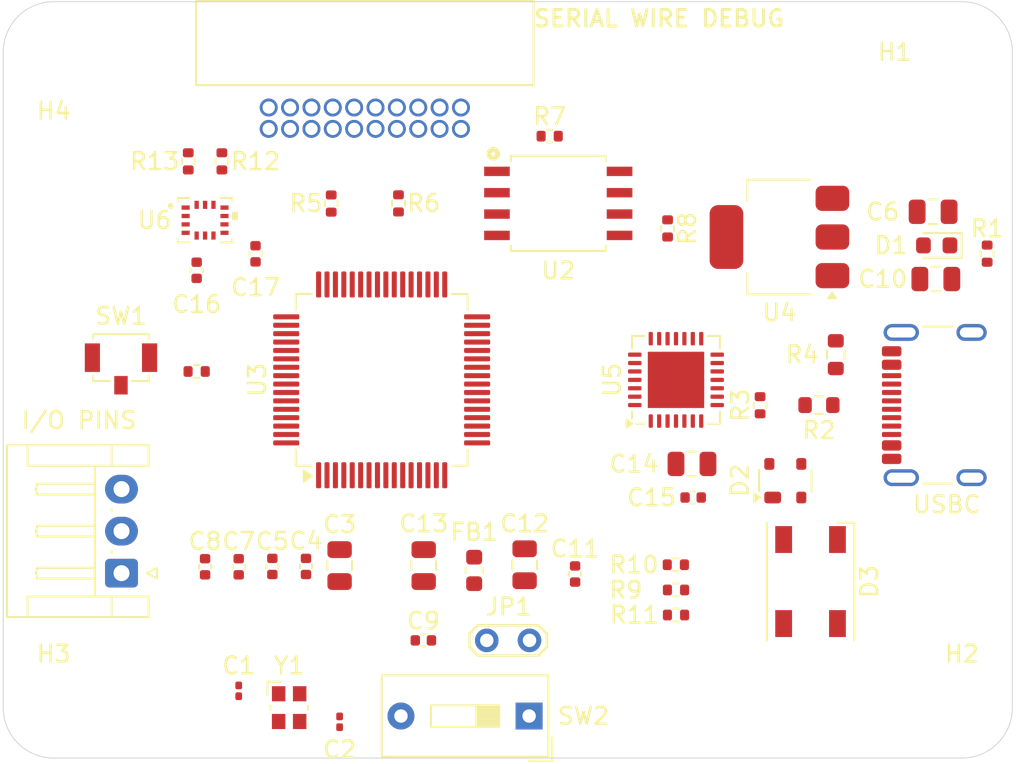
<source format=kicad_pcb>
(kicad_pcb (version 20240108) (generator "pcbnew") (generator_version "8.0")
  (layers (0 "F.Cu" signal) (31 "B.Cu" signal) (34 "B.Paste" user) (35 "F.Paste" user) (36 "B.SilkS" user "B.Silkscreen") (37 "F.SilkS" user "F.Silkscreen") (38 "B.Mask" user) (39 "F.Mask" user) (44 "Edge.Cuts" user))
  (net 0 "")
  (net 1 "Net-(SW1-B)")
  (net 2 "BOOT0")
  (net 3 "GND")
  (net 4 "OSC_IN")
  (net 5 "OSC_OUT")
  (net 6 "+3.3V")
  (net 7 "VBUS")
  (net 8 "NRST")
  (net 9 "Net-(C11-Pad1)")
  (net 10 "+3.3VA")
  (net 11 "Net-(D1-K)")
  (net 12 "Net-(U5-D+)")
  (net 13 "Net-(U5-VBUS)")
  (net 14 "Net-(U5-D-)")
  (net 15 "Net-(D3-GK)")
  (net 16 "Net-(D3-RK)")
  (net 17 "Net-(D3-BK)")
  (net 18 "GPIO_ADC")
  (net 19 "GPIO_INPUT")
  (net 20 "GPIO_OUTPUT")
  (net 31 "Net-(JP1-B)")
  (net 32 "SYS_SWCLK")
  (net 35 "SYS_SWDIO")
  (net 38 "Net-(U5-~{RST})")
  (net 39 "FLASH_SELECT")
  (net 40 "SPI1_SCK")
  (net 41 "USART2_CTS")
  (net 42 "USART2_RX")
  (net 43 "USART2_TX")
  (net 44 "I2C1_SCL")
  (net 45 "I2C1_SDA")
  (net 46 "LPTIM1_IN")
  (net 47 "SPI1_MISO")
  (net 48 "LPTIM1_OUT")
  (net 49 "SPI1_MOSI")
  (net 58 "LPUART1_RTS")
  (net 60 "IMU_OUTPUT")
  (net 71 "IMU_INPUT")
  (net 76 "LPUART1_CTS")
  (net 77 "LPUART1_RX")
  (net 79 "LPUART1_TX")
  (footprint "MountingHole:MountingHole_2.2mm_M2" (layer "F.Cu") (at 123.5 59.5)
    (property "Reference" "H1" (at -4 0 0) (layer "F.SilkS"))
    (property "Value" "MountingHole" (hide yes))
    (pad "" np_thru_hole circle (at 0 0) (size 2.2 2.2) (drill 2.2) (layers "*.Cu" "*.Mask"))
  )
  (footprint "Capacitor_SMD:C_0402_1005Metric" (layer "F.Cu") (at 80.5 90.12 -90)
    (property "Reference" "C7" (at -1.52 0 180) (layer "F.SilkS"))
    (property "Value" "100n" (hide yes))
    (pad "1" smd roundrect (at -0.48 0 270) (size 0.56 0.62) (layers "F.Cu" "F.Paste" "F.Mask") (net 6 "+3.3V"))
    (pad "2" smd roundrect (at 0.48 0 270) (size 0.56 0.62) (layers "F.Cu" "F.Paste" "F.Mask") (net 3 "GND"))
  )
  (footprint "Package_DFN_QFN:QFN-28-1EP_5x5mm_P0.5mm_EP3.35x3.35mm" (layer "F.Cu") (at 106.5 79 90)
    (property "Reference" "U5" (at 0 -3.8 90) (layer "F.SilkS"))
    (property "Value" "CP2102N-Axx-xQFN28" (hide yes))
    (pad "1" smd roundrect (at -2.45 -1.5 90) (size 0.8 0.25) (layers "F.Cu" "F.Paste" "F.Mask"))
    (pad "2" smd roundrect (at -2.45 -1 90) (size 0.8 0.25) (layers "F.Cu" "F.Paste" "F.Mask"))
    (pad "3" smd roundrect (at -2.45 -0.5 90) (size 0.8 0.25) (layers "F.Cu" "F.Paste" "F.Mask") (net 3 "GND"))
    (pad "4" smd roundrect (at -2.45 0 90) (size 0.8 0.25) (layers "F.Cu" "F.Paste" "F.Mask") (net 12 "Net-(U5-D+)"))
    (pad "5" smd roundrect (at -2.45 0.5 90) (size 0.8 0.25) (layers "F.Cu" "F.Paste" "F.Mask") (net 14 "Net-(U5-D-)"))
    (pad "6" smd roundrect (at -2.45 1 90) (size 0.8 0.25) (layers "F.Cu" "F.Paste" "F.Mask") (net 6 "+3.3V"))
    (pad "7" smd roundrect (at -2.45 1.5 90) (size 0.8 0.25) (layers "F.Cu" "F.Paste" "F.Mask") (net 6 "+3.3V"))
    (pad "8" smd roundrect (at -1.5 2.45 90) (size 0.25 0.8) (layers "F.Cu" "F.Paste" "F.Mask") (net 13 "Net-(U5-VBUS)"))
    (pad "9" smd roundrect (at -1 2.45 90) (size 0.25 0.8) (layers "F.Cu" "F.Paste" "F.Mask") (net 38 "Net-(U5-~{RST})"))
    (pad "10" smd roundrect (at -0.5 2.45 90) (size 0.25 0.8) (layers "F.Cu" "F.Paste" "F.Mask"))
    (pad "11" smd roundrect (at 0 2.45 90) (size 0.25 0.8) (layers "F.Cu" "F.Paste" "F.Mask"))
    (pad "12" smd roundrect (at 0.5 2.45 90) (size 0.25 0.8) (layers "F.Cu" "F.Paste" "F.Mask"))
    (pad "13" smd roundrect (at 1 2.45 90) (size 0.25 0.8) (layers "F.Cu" "F.Paste" "F.Mask"))
    (pad "14" smd roundrect (at 1.5 2.45 90) (size 0.25 0.8) (layers "F.Cu" "F.Paste" "F.Mask"))
    (pad "15" smd roundrect (at 2.45 1.5 90) (size 0.8 0.25) (layers "F.Cu" "F.Paste" "F.Mask"))
    (pad "16" smd roundrect (at 2.45 1 90) (size 0.8 0.25) (layers "F.Cu" "F.Paste" "F.Mask"))
    (pad "17" smd roundrect (at 2.45 0.5 90) (size 0.8 0.25) (layers "F.Cu" "F.Paste" "F.Mask"))
    (pad "18" smd roundrect (at 2.45 0 90) (size 0.8 0.25) (layers "F.Cu" "F.Paste" "F.Mask"))
    (pad "19" smd roundrect (at 2.45 -0.5 90) (size 0.8 0.25) (layers "F.Cu" "F.Paste" "F.Mask"))
    (pad "20" smd roundrect (at 2.45 -1 90) (size 0.8 0.25) (layers "F.Cu" "F.Paste" "F.Mask"))
    (pad "21" smd roundrect (at 2.45 -1.5 90) (size 0.8 0.25) (layers "F.Cu" "F.Paste" "F.Mask"))
    (pad "22" smd roundrect (at 1.5 -2.45 90) (size 0.25 0.8) (layers "F.Cu" "F.Paste" "F.Mask"))
    (pad "23" smd roundrect (at 1 -2.45 90) (size 0.25 0.8) (layers "F.Cu" "F.Paste" "F.Mask") (net 58 "LPUART1_RTS"))
    (pad "24" smd roundrect (at 0.5 -2.45 90) (size 0.25 0.8) (layers "F.Cu" "F.Paste" "F.Mask") (net 76 "LPUART1_CTS"))
    (pad "25" smd roundrect (at 0 -2.45 90) (size 0.25 0.8) (layers "F.Cu" "F.Paste" "F.Mask") (net 77 "LPUART1_RX"))
    (pad "26" smd roundrect (at -0.5 -2.45 90) (size 0.25 0.8) (layers "F.Cu" "F.Paste" "F.Mask") (net 79 "LPUART1_TX"))
    (pad "27" smd roundrect (at -1 -2.45 90) (size 0.25 0.8) (layers "F.Cu" "F.Paste" "F.Mask"))
    (pad "28" smd roundrect (at -1.5 -2.45 90) (size 0.25 0.8) (layers "F.Cu" "F.Paste" "F.Mask"))
    (pad "29" smd rect (at 0 0 90) (size 3.35 3.35) (property pad_prop_heatsink) (layers "F.Cu" "F.Mask") (net 3 "GND"))
  )
  (footprint "Resistor_SMD:R_0402_1005Metric" (layer "F.Cu") (at 77.5 66 -90)
    (property "Reference" "R13" (at 0 2 180) (layer "F.SilkS"))
    (property "Value" "10kOhm" (hide yes))
    (pad "1" smd roundrect (at -0.51 0 270) (size 0.54 0.64) (layers "F.Cu" "F.Paste" "F.Mask") (net 6 "+3.3V"))
    (pad "2" smd roundrect (at 0.51 0 270) (size 0.54 0.64) (layers "F.Cu" "F.Paste" "F.Mask") (net 45 "I2C1_SDA"))
  )
  (footprint "Capacitor_SMD:C_0805_2012Metric" (layer "F.Cu") (at 121.7875 69)
    (property "Reference" "C6" (at -3 0 0) (layer "F.SilkS"))
    (property "Value" "22u" (hide yes))
    (pad "1" smd roundrect (at -0.95 0) (size 1 1.45) (layers "F.Cu" "F.Paste" "F.Mask") (net 7 "VBUS"))
    (pad "2" smd roundrect (at 0.95 0) (size 1 1.45) (layers "F.Cu" "F.Paste" "F.Mask") (net 3 "GND"))
  )
  (footprint "Capacitor_SMD:C_0402_1005Metric" (layer "F.Cu") (at 107.52 86 180)
    (property "Reference" "C15" (at 2.48 0 0) (layer "F.SilkS"))
    (property "Value" "0.1 uF" (hide yes))
    (pad "1" smd roundrect (at -0.48 0 180) (size 0.56 0.62) (layers "F.Cu" "F.Paste" "F.Mask") (net 6 "+3.3V"))
    (pad "2" smd roundrect (at 0.48 0 180) (size 0.56 0.62) (layers "F.Cu" "F.Paste" "F.Mask") (net 3 "GND"))
  )
  (footprint "Capacitor_SMD:C_0402_1005Metric" (layer "F.Cu") (at 82.5 90.1 -90)
    (property "Reference" "C5" (at -1.5 0 180) (layer "F.SilkS"))
    (property "Value" "100n" (hide yes))
    (pad "1" smd roundrect (at -0.48 0 270) (size 0.56 0.62) (layers "F.Cu" "F.Paste" "F.Mask") (net 6 "+3.3V"))
    (pad "2" smd roundrect (at 0.48 0 270) (size 0.56 0.62) (layers "F.Cu" "F.Paste" "F.Mask") (net 3 "GND"))
  )
  (footprint "LED_SMD:LED_0603_1608Metric" (layer "F.Cu") (at 122 71 180)
    (property "Reference" "D1" (at 2.7125 0 0) (layer "F.SilkS"))
    (property "Value" "LED" (hide yes))
    (pad "1" smd roundrect (at -0.7875 0 180) (size 0.875 0.95) (layers "F.Cu" "F.Paste" "F.Mask") (net 11 "Net-(D1-K)"))
    (pad "2" smd roundrect (at 0.7875 0 180) (size 0.875 0.95) (layers "F.Cu" "F.Paste" "F.Mask") (net 6 "+3.3V"))
  )
  (footprint "MountingHole:MountingHole_2.2mm_M2" (layer "F.Cu") (at 69.5 59.5)
    (property "Reference" "H4" (at 0 3.5 0) (layer "F.SilkS"))
    (property "Value" "MountingHole" (hide yes))
    (pad "" np_thru_hole circle (at 0 0) (size 2.2 2.2) (drill 2.2) (layers "*.Cu" "*.Mask"))
  )
  (footprint "Resistor_SMD:R_0402_1005Metric" (layer "F.Cu") (at 78 78.5)
    (property "Reference" "10k1" (hide yes))
    (property "Value" "R")
    (pad "1" smd roundrect (at -0.51 0) (size 0.54 0.64) (layers "F.Cu" "F.Paste" "F.Mask") (net 1 "Net-(SW1-B)"))
    (pad "2" smd roundrect (at 0.51 0) (size 0.54 0.64) (layers "F.Cu" "F.Paste" "F.Mask") (net 2 "BOOT0"))
  )
  (footprint "Capacitor_SMD:C_0402_1005Metric" (layer "F.Cu") (at 81.5 71.5 -90)
    (property "Reference" "C17" (at 2 0 180) (layer "F.SilkS"))
    (property "Value" "0.1uF" (hide yes))
    (pad "1" smd roundrect (at -0.48 0 270) (size 0.56 0.62) (layers "F.Cu" "F.Paste" "F.Mask") (net 6 "+3.3V"))
    (pad "2" smd roundrect (at 0.48 0 270) (size 0.56 0.62) (layers "F.Cu" "F.Paste" "F.Mask") (net 3 "GND"))
  )
  (footprint "Resistor_SMD:R_0603_1608Metric" (layer "F.Cu") (at 116 77.5 -90)
    (property "Reference" "R4" (at 0 2 180) (layer "F.SilkS"))
    (property "Value" "47.5 kOhm" (hide yes))
    (pad "1" smd roundrect (at -0.825 0 270) (size 0.8 0.95) (layers "F.Cu" "F.Paste" "F.Mask") (net 3 "GND"))
    (pad "2" smd roundrect (at 0.825 0 270) (size 0.8 0.95) (layers "F.Cu" "F.Paste" "F.Mask") (net 7 "VBUS"))
  )
  (footprint "Capacitor_SMD:C_0201_0603Metric" (layer "F.Cu") (at 80.5 97.5 -90)
    (property "Reference" "C1" (at -1.5 0 180) (layer "F.SilkS"))
    (property "Value" "70pF" (hide yes))
    (pad "1" smd roundrect (at -0.32 0 270) (size 0.46 0.4) (layers "F.Cu" "F.Mask") (net 4 "OSC_IN"))
    (pad "2" smd roundrect (at 0.32 0 270) (size 0.46 0.4) (layers "F.Cu" "F.Mask") (net 3 "GND"))
  )
  (footprint "Resistor_SMD:R_0402_1005Metric" (layer "F.Cu") (at 106 69.99 -90)
    (property "Reference" "R8" (at 0 -1.17 90) (layer "F.SilkS"))
    (property "Value" "10k" (hide yes))
    (pad "1" smd roundrect (at -0.51 0 270) (size 0.54 0.64) (layers "F.Cu" "F.Paste" "F.Mask") (net 40 "SPI1_SCK"))
    (pad "2" smd roundrect (at 0.51 0 270) (size 0.54 0.64) (layers "F.Cu" "F.Paste" "F.Mask") (net 3 "GND"))
  )
  (footprint "Button_Switch_SMD:SW_SPST_B3U-1100P-B" (layer "F.Cu") (at 73.5 78.5)
    (property "Reference" "SW1" (at 0 -3.3 0) (layer "F.SilkS"))
    (property "Value" "SW_SPDT" (hide yes))
    (pad "" np_thru_hole circle (at 0 -0.82) (size 0.8 0.8) (drill 0.8) (layers "*.Cu" "*.Mask"))
    (pad "1" smd rect (at -1.7 -0.82) (size 0.9 1.7) (layers "F.Cu" "F.Paste" "F.Mask") (net 3 "GND"))
    (pad "2" smd rect (at 1.7 -0.82) (size 0.9 1.7) (layers "F.Cu" "F.Paste" "F.Mask") (net 1 "Net-(SW1-B)"))
    (pad "3" smd rect (at 0 0.82) (size 0.8 1.1) (layers "F.Cu" "F.Paste" "F.Mask") (net 6 "+3.3V"))
  )
  (footprint "Resistor_SMD:R_0402_1005Metric" (layer "F.Cu") (at 111.5 80.51 90)
    (property "Reference" "R3" (at 0 -1.17 90) (layer "F.SilkS"))
    (property "Value" "1kOhm" (hide yes))
    (pad "1" smd roundrect (at -0.51 0 90) (size 0.54 0.64) (layers "F.Cu" "F.Paste" "F.Mask") (net 6 "+3.3V"))
    (pad "2" smd roundrect (at 0.51 0 90) (size 0.54 0.64) (layers "F.Cu" "F.Paste" "F.Mask") (net 38 "Net-(U5-~{RST})"))
  )
  (footprint "Package_QFP:LQFP-64_10x10mm_P0.5mm" (layer "F.Cu") (at 89 79 90)
    (property "Reference" "U3" (at 0 -7.4 90) (layer "F.SilkS"))
    (property "Value" "STM32L010RBTx" (hide yes))
    (pad "1" smd roundrect (at -5.675 -3.75 90) (size 1.55 0.3) (layers "F.Cu" "F.Paste" "F.Mask") (net 6 "+3.3V"))
    (pad "2" smd roundrect (at -5.675 -3.25 90) (size 1.55 0.3) (layers "F.Cu" "F.Paste" "F.Mask") (net 19 "GPIO_INPUT"))
    (pad "3" smd roundrect (at -5.675 -2.75 90) (size 1.55 0.3) (layers "F.Cu" "F.Paste" "F.Mask") (net 20 "GPIO_OUTPUT"))
    (pad "4" smd roundrect (at -5.675 -2.25 90) (size 1.55 0.3) (layers "F.Cu" "F.Paste" "F.Mask") (net 18 "GPIO_ADC"))
    (pad "5" smd roundrect (at -5.675 -1.75 90) (size 1.55 0.3) (layers "F.Cu" "F.Paste" "F.Mask") (net 4 "OSC_IN"))
    (pad "6" smd roundrect (at -5.675 -1.25 90) (size 1.55 0.3) (layers "F.Cu" "F.Paste" "F.Mask") (net 5 "OSC_OUT"))
    (pad "7" smd roundrect (at -5.675 -0.75 90) (size 1.55 0.3) (layers "F.Cu" "F.Paste" "F.Mask") (net 8 "NRST"))
    (pad "8" smd roundrect (at -5.675 -0.25 90) (size 1.55 0.3) (layers "F.Cu" "F.Paste" "F.Mask") (net 77 "LPUART1_RX"))
    (pad "9" smd roundrect (at -5.675 0.25 90) (size 1.55 0.3) (layers "F.Cu" "F.Paste" "F.Mask"))
    (pad "10" smd roundrect (at -5.675 0.75 90) (size 1.55 0.3) (layers "F.Cu" "F.Paste" "F.Mask") (net 79 "LPUART1_TX"))
    (pad "11" smd roundrect (at -5.675 1.25 90) (size 1.55 0.3) (layers "F.Cu" "F.Paste" "F.Mask"))
    (pad "12" smd roundrect (at -5.675 1.75 90) (size 1.55 0.3) (layers "F.Cu" "F.Paste" "F.Mask") (net 3 "GND"))
    (pad "13" smd roundrect (at -5.675 2.25 90) (size 1.55 0.3) (layers "F.Cu" "F.Paste" "F.Mask") (net 10 "+3.3VA"))
    (pad "14" smd roundrect (at -5.675 2.75 90) (size 1.55 0.3) (layers "F.Cu" "F.Paste" "F.Mask") (net 41 "USART2_CTS"))
    (pad "15" smd roundrect (at -5.675 3.25 90) (size 1.55 0.3) (layers "F.Cu" "F.Paste" "F.Mask"))
    (pad "16" smd roundrect (at -5.675 3.75 90) (size 1.55 0.3) (layers "F.Cu" "F.Paste" "F.Mask") (net 43 "USART2_TX"))
    (pad "17" smd roundrect (at -3.75 5.675 90) (size 0.3 1.55) (layers "F.Cu" "F.Paste" "F.Mask") (net 42 "USART2_RX"))
    (pad "18" smd roundrect (at -3.25 5.675 90) (size 0.3 1.55) (layers "F.Cu" "F.Paste" "F.Mask") (net 3 "GND"))
    (pad "19" smd roundrect (at -2.75 5.675 90) (size 0.3 1.55) (layers "F.Cu" "F.Paste" "F.Mask") (net 6 "+3.3V"))
    (pad "20" smd roundrect (at -2.25 5.675 90) (size 0.3 1.55) (layers "F.Cu" "F.Paste" "F.Mask") (net 39 "FLASH_SELECT"))
    (pad "21" smd roundrect (at -1.75 5.675 90) (size 0.3 1.55) (layers "F.Cu" "F.Paste" "F.Mask") (net 40 "SPI1_SCK"))
    (pad "22" smd roundrect (at -1.25 5.675 90) (size 0.3 1.55) (layers "F.Cu" "F.Paste" "F.Mask") (net 47 "SPI1_MISO"))
    (pad "23" smd roundrect (at -0.75 5.675 90) (size 0.3 1.55) (layers "F.Cu" "F.Paste" "F.Mask") (net 49 "SPI1_MOSI"))
    (pad "24" smd roundrect (at -0.25 5.675 90) (size 0.3 1.55) (layers "F.Cu" "F.Paste" "F.Mask"))
    (pad "25" smd roundrect (at 0.25 5.675 90) (size 0.3 1.55) (layers "F.Cu" "F.Paste" "F.Mask"))
    (pad "26" smd roundrect (at 0.75 5.675 90) (size 0.3 1.55) (layers "F.Cu" "F.Paste" "F.Mask"))
    (pad "27" smd roundrect (at 1.25 5.675 90) (size 0.3 1.55) (layers "F.Cu" "F.Paste" "F.Mask") (net 58 "LPUART1_RTS"))
    (pad "28" smd roundrect (at 1.75 5.675 90) (size 0.3 1.55) (layers "F.Cu" "F.Paste" "F.Mask") (net 48 "LPTIM1_OUT"))
    (pad "29" smd roundrect (at 2.25 5.675 90) (size 0.3 1.55) (layers "F.Cu" "F.Paste" "F.Mask"))
    (pad "30" smd roundrect (at 2.75 5.675 90) (size 0.3 1.55) (layers "F.Cu" "F.Paste" "F.Mask"))
    (pad "31" smd roundrect (at 3.25 5.675 90) (size 0.3 1.55) (layers "F.Cu" "F.Paste" "F.Mask") (net 3 "GND"))
    (pad "32" smd roundrect (at 3.75 5.675 90) (size 0.3 1.55) (layers "F.Cu" "F.Paste" "F.Mask") (net 6 "+3.3V"))
    (pad "33" smd roundrect (at 5.675 3.75 90) (size 1.55 0.3) (layers "F.Cu" "F.Paste" "F.Mask"))
    (pad "34" smd roundrect (at 5.675 3.25 90) (size 1.55 0.3) (layers "F.Cu" "F.Paste" "F.Mask") (net 76 "LPUART1_CTS"))
    (pad "35" smd roundrect (at 5.675 2.75 90) (size 1.55 0.3) (layers "F.Cu" "F.Paste" "F.Mask"))
    (pad "36" smd roundrect (at 5.675 2.25 90) (size 1.55 0.3) (layers "F.Cu" "F.Paste" "F.Mask"))
    (pad "37" smd roundrect (at 5.675 1.75 90) (size 1.55 0.3) (layers "F.Cu" "F.Paste" "F.Mask"))
    (pad "38" smd roundrect (at 5.675 1.25 90) (size 1.55 0.3) (layers "F.Cu" "F.Paste" "F.Mask"))
    (pad "39" smd roundrect (at 5.675 0.75 90) (size 1.55 0.3) (layers "F.Cu" "F.Paste" "F.Mask"))
    (pad "40" smd roundrect (at 5.675 0.25 90) (size 1.55 0.3) (layers "F.Cu" "F.Paste" "F.Mask"))
    (pad "41" smd roundrect (at 5.675 -0.25 90) (size 1.55 0.3) (layers "F.Cu" "F.Paste" "F.Mask"))
    (pad "42" smd roundrect (at 5.675 -0.75 90) (size 1.55 0.3) (layers "F.Cu" "F.Paste" "F.Mask") (net 44 "I2C1_SCL"))
    (pad "43" smd roundrect (at 5.675 -1.25 90) (size 1.55 0.3) (layers "F.Cu" "F.Paste" "F.Mask") (net 45 "I2C1_SDA"))
    (pad "44" smd roundrect (at 5.675 -1.75 90) (size 1.55 0.3) (layers "F.Cu" "F.Paste" "F.Mask"))
    (pad "45" smd roundrect (at 5.675 -2.25 90) (size 1.55 0.3) (layers "F.Cu" "F.Paste" "F.Mask"))
    (pad "46" smd roundrect (at 5.675 -2.75 90) (size 1.55 0.3) (layers "F.Cu" "F.Paste" "F.Mask") (net 35 "SYS_SWDIO"))
    (pad "47" smd roundrect (at 5.675 -3.25 90) (size 1.55 0.3) (layers "F.Cu" "F.Paste" "F.Mask") (net 3 "GND"))
    (pad "48" smd roundrect (at 5.675 -3.75 90) (size 1.55 0.3) (layers "F.Cu" "F.Paste" "F.Mask"))
    (pad "49" smd roundrect (at 3.75 -5.675 90) (size 0.3 1.55) (layers "F.Cu" "F.Paste" "F.Mask") (net 32 "SYS_SWCLK"))
    (pad "50" smd roundrect (at 3.25 -5.675 90) (size 0.3 1.55) (layers "F.Cu" "F.Paste" "F.Mask"))
    (pad "51" smd roundrect (at 2.75 -5.675 90) (size 0.3 1.55) (layers "F.Cu" "F.Paste" "F.Mask"))
    (pad "52" smd roundrect (at 2.25 -5.675 90) (size 0.3 1.55) (layers "F.Cu" "F.Paste" "F.Mask") (net 71 "IMU_INPUT"))
    (pad "53" smd roundrect (at 1.75 -5.675 90) (size 0.3 1.55) (layers "F.Cu" "F.Paste" "F.Mask") (net 60 "IMU_OUTPUT"))
    (pad "54" smd roundrect (at 1.25 -5.675 90) (size 0.3 1.55) (layers "F.Cu" "F.Paste" "F.Mask"))
    (pad "55" smd roundrect (at 0.75 -5.675 90) (size 0.3 1.55) (layers "F.Cu" "F.Paste" "F.Mask"))
    (pad "56" smd roundrect (at 0.25 -5.675 90) (size 0.3 1.55) (layers "F.Cu" "F.Paste" "F.Mask"))
    (pad "57" smd roundrect (at -0.25 -5.675 90) (size 0.3 1.55) (layers "F.Cu" "F.Paste" "F.Mask") (net 46 "LPTIM1_IN"))
    (pad "58" smd roundrect (at -0.75 -5.675 90) (size 0.3 1.55) (layers "F.Cu" "F.Paste" "F.Mask"))
    (pad "59" smd roundrect (at -1.25 -5.675 90) (size 0.3 1.55) (layers "F.Cu" "F.Paste" "F.Mask"))
    (pad "60" smd roundrect (at -1.75 -5.675 90) (size 0.3 1.55) (layers "F.Cu" "F.Paste" "F.Mask") (net 2 "BOOT0"))
    (pad "61" smd roundrect (at -2.25 -5.675 90) (size 0.3 1.55) (layers "F.Cu" "F.Paste" "F.Mask"))
    (pad "62" smd roundrect (at -2.75 -5.675 90) (size 0.3 1.55) (layers "F.Cu" "F.Paste" "F.Mask"))
    (pad "63" smd roundrect (at -3.25 -5.675 90) (size 0.3 1.55) (layers "F.Cu" "F.Paste" "F.Mask") (net 3 "GND"))
    (pad "64" smd roundrect (at -3.75 -5.675 90) (size 0.3 1.55) (layers "F.Cu" "F.Paste" "F.Mask") (net 6 "+3.3V"))
  )
  (footprint "Capacitor_SMD:C_0805_2012Metric" (layer "F.Cu") (at 107.45 84 180)
    (property "Reference" "C14" (at 3.45 0 0) (layer "F.SilkS"))
    (property "Value" "4.7 uF" (hide yes))
    (pad "1" smd roundrect (at -0.95 0 180) (size 1 1.45) (layers "F.Cu" "F.Paste" "F.Mask") (net 6 "+3.3V"))
    (pad "2" smd roundrect (at 0.95 0 180) (size 1 1.45) (layers "F.Cu" "F.Paste" "F.Mask") (net 3 "GND"))
  )
  (footprint "MountingHole:MountingHole_2.2mm_M2" (layer "F.Cu") (at 123.5 98.5)
    (property "Reference" "H2" (at 0 -3.2 0) (layer "F.SilkS"))
    (property "Value" "MountingHole" (hide yes))
    (pad "" np_thru_hole circle (at 0 0) (size 2.2 2.2) (drill 2.2) (layers "*.Cu" "*.Mask"))
  )
  (footprint "Capacitor_SMD:C_0805_2012Metric" (layer "F.Cu") (at 97.5 90 -90)
    (property "Reference" "C12" (at -2.45 0 180) (layer "F.SilkS"))
    (property "Value" "1u" (hide yes))
    (pad "1" smd roundrect (at -0.95 0 270) (size 1 1.45) (layers "F.Cu" "F.Paste" "F.Mask") (net 9 "Net-(C11-Pad1)"))
    (pad "2" smd roundrect (at 0.95 0 270) (size 1 1.45) (layers "F.Cu" "F.Paste" "F.Mask") (net 3 "GND"))
  )
  (footprint "Resistor_SMD:R_0402_1005Metric" (layer "F.Cu") (at 86 68.51 90)
    (property "Reference" "R5" (at 0.01 -1.5 180) (layer "F.SilkS"))
    (property "Value" "10k" (hide yes))
    (pad "1" smd roundrect (at -0.51 0 90) (size 0.54 0.64) (layers "F.Cu" "F.Paste" "F.Mask") (net 6 "+3.3V"))
    (pad "2" smd roundrect (at 0.51 0 90) (size 0.54 0.64) (layers "F.Cu" "F.Paste" "F.Mask") (net 35 "SYS_SWDIO"))
  )
  (footprint "Resistor_SMD:R_0402_1005Metric" (layer "F.Cu") (at 106.49 90 180)
    (property "Reference" "R10" (at 2.49 0 0) (layer "F.SilkS"))
    (property "Value" "82" (hide yes))
    (pad "1" smd roundrect (at -0.51 0 180) (size 0.54 0.64) (layers "F.Cu" "F.Paste" "F.Mask") (net 15 "Net-(D3-GK)"))
    (pad "2" smd roundrect (at 0.51 0 180) (size 0.54 0.64) (layers "F.Cu" "F.Paste" "F.Mask") (net 42 "USART2_RX"))
  )
  (footprint "Inductor_SMD:L_0603_1608Metric" (layer "F.Cu") (at 94.5 90.3375 90)
    (property "Reference" "FB1" (at 2.2875 0 180) (layer "F.SilkS"))
    (property "Value" "120R" (hide yes))
    (pad "1" smd roundrect (at -0.7875 0 90) (size 0.875 0.95) (layers "F.Cu" "F.Paste" "F.Mask") (net 9 "Net-(C11-Pad1)"))
    (pad "2" smd roundrect (at 0.7875 0 90) (size 0.875 0.95) (layers "F.Cu" "F.Paste" "F.Mask") (net 10 "+3.3VA"))
  )
  (footprint "Resistor_SMD:R_0603_1608Metric" (layer "F.Cu") (at 115 80.5)
    (property "Reference" "R2" (at 0 1.5 0) (layer "F.SilkS"))
    (property "Value" "22.1 kOhm" (hide yes))
    (pad "1" smd roundrect (at -0.825 0) (size 0.8 0.95) (layers "F.Cu" "F.Paste" "F.Mask") (net 13 "Net-(U5-VBUS)"))
    (pad "2" smd roundrect (at 0.825 0) (size 0.8 0.95) (layers "F.Cu" "F.Paste" "F.Mask") (net 7 "VBUS"))
  )
  (footprint "USBs:3220-20-0200-00" (layer "F.Cu") (at 88 62.79705)
    (property "Reference" "SERIAL WIRE DEBUG" (at 17.5 -5.29705 0) (layer "F.SilkS") (effects (font (size 0.9906 0.9906) (thickness 0.1778))))
    (property "Value" "3220-20-0200-00" (hide yes))
    (pad "1" thru_hole circle (at -5.715 1.27) (size 1.0668 1.0668) (drill 0.7366) (layers "*.Cu" "*.Mask") (net 6 "+3.3V"))
    (pad "2" thru_hole circle (at -5.715 0) (size 1.0668 1.0668) (drill 0.7366) (layers "*.Cu" "*.Mask") (net 6 "+3.3V"))
    (pad "3" thru_hole circle (at -4.445 1.27) (size 1.0668 1.0668) (drill 0.7366) (layers "*.Cu" "*.Mask") (net 3 "GND"))
    (pad "4" thru_hole circle (at -4.445 0) (size 1.0668 1.0668) (drill 0.7366) (layers "*.Cu" "*.Mask") (net 3 "GND"))
    (pad "5" thru_hole circle (at -3.175 1.27) (size 1.0668 1.0668) (drill 0.7366) (layers "*.Cu" "*.Mask") (net 3 "GND"))
    (pad "6" thru_hole circle (at -3.175 0) (size 1.0668 1.0668) (drill 0.7366) (layers "*.Cu" "*.Mask") (net 3 "GND"))
    (pad "7" thru_hole circle (at -1.905 1.27) (size 1.0668 1.0668) (drill 0.7366) (layers "*.Cu" "*.Mask") (net 35 "SYS_SWDIO"))
    (pad "8" thru_hole circle (at -1.905 0) (size 1.0668 1.0668) (drill 0.7366) (layers "*.Cu" "*.Mask") (net 3 "GND"))
    (pad "9" thru_hole circle (at -0.635 1.27) (size 1.0668 1.0668) (drill 0.7366) (layers "*.Cu" "*.Mask") (net 32 "SYS_SWCLK"))
    (pad "10" thru_hole circle (at -0.635 0) (size 1.0668 1.0668) (drill 0.7366) (layers "*.Cu" "*.Mask") (net 3 "GND"))
    (pad "11" thru_hole circle (at 0.635 1.27) (size 1.0668 1.0668) (drill 0.7366) (layers "*.Cu" "*.Mask"))
    (pad "12" thru_hole circle (at 0.635 0) (size 1.0668 1.0668) (drill 0.7366) (layers "*.Cu" "*.Mask") (net 3 "GND"))
    (pad "13" thru_hole circle (at 1.905 1.27) (size 1.0668 1.0668) (drill 0.7366) (layers "*.Cu" "*.Mask"))
    (pad "14" thru_hole circle (at 1.905 0) (size 1.0668 1.0668) (drill 0.7366) (layers "*.Cu" "*.Mask") (net 3 "GND"))
    (pad "15" thru_hole circle (at 3.175 1.27) (size 1.0668 1.0668) (drill 0.7366) (layers "*.Cu" "*.Mask") (net 8 "NRST"))
    (pad "16" thru_hole circle (at 3.175 0) (size 1.0668 1.0668) (drill 0.7366) (layers "*.Cu" "*.Mask") (net 3 "GND"))
    (pad "17" thru_hole circle (at 4.445 1.27) (size 1.0668 1.0668) (drill 0.7366) (layers "*.Cu" "*.Mask"))
    (pad "18" thru_hole circle (at 4.445 0) (size 1.0668 1.0668) (drill 0.7366) (layers "*.Cu" "*.Mask") (net 3 "GND"))
    (pad "19" thru_hole circle (at 5.715 1.27) (size 1.0668 1.0668) (drill 0.7366) (layers "*.Cu" "*.Mask"))
    (pad "20" thru_hole circle (at 5.715 0) (size 1.0668 1.0668) (drill 0.7366) (layers "*.Cu" "*.Mask") (net 3 "GND"))
  )
  (footprint "MountingHole:MountingHole_2.2mm_M2" (layer "F.Cu") (at 69.5 98.5)
    (property "Reference" "H3" (at 0 -3.2 0) (layer "F.SilkS"))
    (property "Value" "MountingHole" (hide yes))
    (pad "" np_thru_hole circle (at 0 0) (size 2.2 2.2) (drill 2.2) (layers "*.Cu" "*.Mask"))
  )
  (footprint "LED_SMD:LED_Cree-PLCC4_5x5mm_CW" (layer "F.Cu") (at 114.5 91 -90)
    (property "Reference" "D3" (at 0 -3.5 90) (layer "F.SilkS"))
    (property "Value" "LED_RGBA" (hide yes))
    (pad "1" smd rect (at -2.5 -1.6 270) (size 1.6 1) (layers "F.Cu" "F.Paste" "F.Mask") (net 16 "Net-(D3-RK)"))
    (pad "2" smd rect (at 2.5 -1.6 270) (size 1.6 1) (layers "F.Cu" "F.Paste" "F.Mask") (net 15 "Net-(D3-GK)"))
    (pad "3" smd rect (at 2.5 1.6 270) (size 1.6 1) (layers "F.Cu" "F.Paste" "F.Mask") (net 17 "Net-(D3-BK)"))
    (pad "4" smd rect (at -2.5 1.6 270) (size 1.6 1) (layers "F.Cu" "F.Paste" "F.Mask") (net 6 "+3.3V"))
  )
  (footprint "Crystal:Crystal_SMD_Abracon_ABM10-4Pin_2.5x2.0mm" (layer "F.Cu") (at 83.5 98.5)
    (property "Reference" "Y1" (at 0 -2.5 0) (layer "F.SilkS"))
    (property "Value" "32 MHz" (hide yes))
    (pad "1" smd rect (at -0.625 -0.825) (size 0.8 0.9) (layers "F.Cu" "F.Paste" "F.Mask") (net 4 "OSC_IN"))
    (pad "2" smd rect (at -0.625 0.825) (size 0.8 0.9) (layers "F.Cu" "F.Paste" "F.Mask") (net 3 "GND"))
    (pad "3" smd rect (at 0.625 0.825) (size 0.8 0.9) (layers "F.Cu" "F.Paste" "F.Mask") (net 5 "OSC_OUT"))
    (pad "4" smd rect (at 0.625 -0.825) (size 0.8 0.9) (layers "F.Cu" "F.Paste" "F.Mask") (net 3 "GND"))
  )
  (footprint "Resistor_SMD:R_0402_1005Metric" (layer "F.Cu") (at 125 71.49 -90)
    (property "Reference" "R1" (at -1.49 0 180) (layer "F.SilkS"))
    (property "Value" "1.5kR" (hide yes))
    (pad "1" smd roundrect (at -0.51 0 270) (size 0.54 0.64) (layers "F.Cu" "F.Paste" "F.Mask") (net 11 "Net-(D1-K)"))
    (pad "2" smd roundrect (at 0.51 0 270) (size 0.54 0.64) (layers "F.Cu" "F.Paste" "F.Mask") (net 3 "GND"))
  )
  (footprint "Capacitor_SMD:C_0201_0603Metric" (layer "F.Cu") (at 86.5 99.345 -90)
    (property "Reference" "C2" (at 1.655 0 180) (layer "F.SilkS"))
    (property "Value" "70pF" (hide yes))
    (pad "1" smd roundrect (at -0.32 0 270) (size 0.46 0.4) (layers "F.Cu" "F.Mask") (net 5 "OSC_OUT"))
    (pad "2" smd roundrect (at 0.32 0 270) (size 0.46 0.4) (layers "F.Cu" "F.Mask") (net 3 "GND"))
  )
  (footprint "Resistor_SMD:R_0402_1005Metric" (layer "F.Cu") (at 106.5 92.99 180)
    (property "Reference" "R11" (at 2.48 0.01 0) (layer "F.SilkS"))
    (property "Value" "68" (hide yes))
    (pad "1" smd roundrect (at -0.51 0 180) (size 0.54 0.64) (layers "F.Cu" "F.Paste" "F.Mask") (net 17 "Net-(D3-BK)"))
    (pad "2" smd roundrect (at 0.51 0 180) (size 0.54 0.64) (layers "F.Cu" "F.Paste" "F.Mask") (net 43 "USART2_TX"))
  )
  (footprint "Resistor_SMD:R_0402_1005Metric" (layer "F.Cu") (at 98.99 64.5)
    (property "Reference" "R7" (at 0 -1.17 0) (layer "F.SilkS"))
    (property "Value" "10k" (hide yes))
    (pad "1" smd roundrect (at -0.51 0) (size 0.54 0.64) (layers "F.Cu" "F.Paste" "F.Mask") (net 6 "+3.3V"))
    (pad "2" smd roundrect (at 0.51 0) (size 0.54 0.64) (layers "F.Cu" "F.Paste" "F.Mask") (net 39 "FLASH_SELECT"))
  )
  (footprint "Capacitor_SMD:C_0402_1005Metric" (layer "F.Cu") (at 91.48 94.5)
    (property "Reference" "C9" (at 0 -1.16 0) (layer "F.SilkS"))
    (property "Value" "0.1uF" (hide yes))
    (pad "1" smd roundrect (at -0.48 0) (size 0.56 0.62) (layers "F.Cu" "F.Paste" "F.Mask") (net 8 "NRST"))
    (pad "2" smd roundrect (at 0.48 0) (size 0.56 0.62) (layers "F.Cu" "F.Paste" "F.Mask") (net 3 "GND"))
  )
  (footprint "USBs:SST25VF040B-50-4I-S2AE-T" (layer "F.Cu") (at 99.5 68.5)
    (property "Reference" "U2" (at 0 4 0) (layer "F.SilkS"))
    (property "Value" "Engine-Controller_SST25VF040B-50-4I-S2AE-T" (hide yes))
    (pad "1" smd rect (at -3.6449 -1.905) (size 1.524 0.5588) (layers "F.Cu" "F.Paste" "F.Mask") (net 39 "FLASH_SELECT"))
    (pad "2" smd rect (at -3.6449 -0.635) (size 1.524 0.5588) (layers "F.Cu" "F.Paste" "F.Mask") (net 47 "SPI1_MISO"))
    (pad "3" smd rect (at -3.6449 0.635) (size 1.524 0.5588) (layers "F.Cu" "F.Paste" "F.Mask") (net 46 "LPTIM1_IN"))
    (pad "4" smd rect (at -3.6449 1.905) (size 1.524 0.5588) (layers "F.Cu" "F.Paste" "F.Mask") (net 3 "GND"))
    (pad "5" smd rect (at 3.6449 1.905) (size 1.524 0.5588) (layers "F.Cu" "F.Paste" "F.Mask") (net 49 "SPI1_MOSI"))
    (pad "6" smd rect (at 3.6449 0.635) (size 1.524 0.5588) (layers "F.Cu" "F.Paste" "F.Mask") (net 40 "SPI1_SCK"))
    (pad "7" smd rect (at 3.6449 -0.635) (size 1.524 0.5588) (layers "F.Cu" "F.Paste" "F.Mask") (net 48 "LPTIM1_OUT"))
    (pad "8" smd rect (at 3.6449 -1.905) (size 1.524 0.5588) (layers "F.Cu" "F.Paste" "F.Mask") (net 6 "+3.3V"))
  )
  (footprint "Connector_JST:JST_EH_S3B-EH_1x03_P2.50mm_Horizontal" (layer "F.Cu") (at 73.5325 90.5 90)
    (property "Reference" "J1" (hide yes))
    (property "Value" "Conn_01x03" (hide yes))
    (pad "1" thru_hole roundrect (at 0 0 90) (size 1.7 1.95) (drill 0.95) (layers "*.Cu" "*.Mask") (roundrect_rratio 0.147059) (net 19 "GPIO_INPUT"))
    (pad "2" thru_hole oval (at 2.5 0 90) (size 1.7 1.95) (drill 0.95) (layers "*.Cu" "*.Mask") (net 20 "GPIO_OUTPUT"))
    (pad "3" thru_hole oval (at 5 0 90) (size 1.7 1.95) (drill 0.95) (layers "*.Cu" "*.Mask") (net 18 "GPIO_ADC"))
  )
  (footprint "Package_TO_SOT_SMD:SOT-223-3_TabPin2" (layer "F.Cu") (at 112.65 70.5 180)
    (property "Reference" "U4" (at 0 -4.5 0) (layer "F.SilkS"))
    (property "Value" "AMS1117-3.3" (hide yes))
    (pad "1" smd roundrect (at -3.15 -2.3 180) (size 2 1.5) (layers "F.Cu" "F.Paste" "F.Mask") (net 3 "GND"))
    (pad "2" smd roundrect (at -3.15 0 180) (size 2 1.5) (layers "F.Cu" "F.Paste" "F.Mask") (net 6 "+3.3V"))
    (pad "2" smd roundrect (at 3.15 0 180) (size 2 3.8) (layers "F.Cu" "F.Paste" "F.Mask") (net 6 "+3.3V"))
    (pad "3" smd roundrect (at -3.15 2.3 180) (size 2 1.5) (layers "F.Cu" "F.Paste" "F.Mask") (net 7 "VBUS"))
  )
  (footprint "Button_Switch_THT:SW_DIP_SPSTx01_Slide_9.78x4.72mm_W7.62mm_P2.54mm" (layer "F.Cu") (at 97.7675 99 180)
    (property "Reference" "SW2" (at -3.2325 0 0) (layer "F.SilkS"))
    (property "Value" "RESET SWITCH" (hide yes))
    (pad "1" thru_hole rect (at 0 0 180) (size 1.6 1.6) (drill 0.8) (layers "*.Cu" "*.Mask") (net 31 "Net-(JP1-B)"))
    (pad "2" thru_hole oval (at 7.62 0 180) (size 1.6 1.6) (drill 0.8) (layers "*.Cu" "*.Mask") (net 8 "NRST"))
  )
  (footprint "USBs:BMI323" (layer "F.Cu") (at 78.5 69.5)
    (property "Reference" "U6" (at -3 0 0) (layer "F.SilkS"))
    (property "Value" "BMI323" (hide yes))
    (pad "1" smd rect (at -1.1557 -0.750001 90) (size 0.254 0.4826) (layers "F.Cu" "F.Paste" "F.Mask") (net 3 "GND"))
    (pad "2" smd rect (at -1.1557 -0.25 90) (size 0.254 0.4826) (layers "F.Cu" "F.Paste" "F.Mask"))
    (pad "3" smd rect (at -1.1557 0.25 90) (size 0.254 0.4826) (layers "F.Cu" "F.Paste" "F.Mask"))
    (pad "4" smd rect (at -1.1557 0.750001 90) (size 0.254 0.4826) (layers "F.Cu" "F.Paste" "F.Mask") (net 71 "IMU_INPUT"))
    (pad "5" smd rect (at -0.499999 0.9144) (size 0.254 0.4826) (layers "F.Cu" "F.Paste" "F.Mask") (net 6 "+3.3V"))
    (pad "6" smd rect (at 0 0.9144) (size 0.254 0.4826) (layers "F.Cu" "F.Paste" "F.Mask") (net 3 "GND"))
    (pad "7" smd rect (at 0.499999 0.9144) (size 0.254 0.4826) (layers "F.Cu" "F.Paste" "F.Mask") (net 3 "GND"))
    (pad "8" smd rect (at 1.1557 0.750001 90) (size 0.254 0.4826) (layers "F.Cu" "F.Paste" "F.Mask") (net 6 "+3.3V"))
    (pad "9" smd rect (at 1.1557 0.25 90) (size 0.254 0.4826) (layers "F.Cu" "F.Paste" "F.Mask") (net 60 "IMU_OUTPUT"))
    (pad "10" smd rect (at 1.1557 -0.25 90) (size 0.254 0.4826) (layers "F.Cu" "F.Paste" "F.Mask"))
    (pad "11" smd rect (at 1.1557 -0.750001 90) (size 0.254 0.4826) (layers "F.Cu" "F.Paste" "F.Mask"))
    (pad "12" smd rect (at 0.499999 -0.9144) (size 0.254 0.4826) (layers "F.Cu" "F.Paste" "F.Mask") (net 6 "+3.3V"))
    (pad "13" smd rect (at 0 -0.9144) (size 0.254 0.4826) (layers "F.Cu" "F.Paste" "F.Mask") (net 44 "I2C1_SCL"))
    (pad "14" smd rect (at -0.499999 -0.9144) (size 0.254 0.4826) (layers "F.Cu" "F.Paste" "F.Mask") (net 45 "I2C1_SDA"))
  )
  (footprint "Capacitor_SMD:C_0402_1005Metric" (layer "F.Cu") (at 84.5 90.1 -90)
    (property "Reference" "C4" (at -1.52 0 180) (layer "F.SilkS"))
    (property "Value" "100n" (hide yes))
    (pad "1" smd roundrect (at -0.48 0 270) (size 0.56 0.62) (layers "F.Cu" "F.Paste" "F.Mask") (net 6 "+3.3V"))
    (pad "2" smd roundrect (at 0.48 0 270) (size 0.56 0.62) (layers "F.Cu" "F.Paste" "F.Mask") (net 3 "GND"))
  )
  (footprint "Capacitor_SMD:C_0402_1005Metric" (layer "F.Cu") (at 78.5 90.12 -90)
    (property "Reference" "C8" (at -1.52 0 180) (layer "F.SilkS"))
    (property "Value" "100n" (hide yes))
    (pad "1" smd roundrect (at -0.48 0 270) (size 0.56 0.62) (layers "F.Cu" "F.Paste" "F.Mask") (net 6 "+3.3V"))
    (pad "2" smd roundrect (at 0.48 0 270) (size 0.56 0.62) (layers "F.Cu" "F.Paste" "F.Mask") (net 3 "GND"))
  )
  (footprint "Resistor_SMD:R_0402_1005Metric" (layer "F.Cu") (at 106.5 91.5 180)
    (property "Reference" "R9" (at 2.98 0 0) (layer "F.SilkS"))
    (property "Value" "280" (hide yes))
    (pad "1" smd roundrect (at -0.51 0 180) (size 0.54 0.64) (layers "F.Cu" "F.Paste" "F.Mask") (net 16 "Net-(D3-RK)"))
    (pad "2" smd roundrect (at 0.51 0 180) (size 0.54 0.64) (layers "F.Cu" "F.Paste" "F.Mask") (net 41 "USART2_CTS"))
  )
  (footprint "Capacitor_SMD:C_0402_1005Metric" (layer "F.Cu") (at 100.5 90.55 -90)
    (property "Reference" "C11" (at -1.5 0 180) (layer "F.SilkS"))
    (property "Value" "10n" (hide yes))
    (pad "1" smd roundrect (at -0.48 0 270) (size 0.56 0.62) (layers "F.Cu" "F.Paste" "F.Mask") (net 9 "Net-(C11-Pad1)"))
    (pad "2" smd roundrect (at 0.48 0 270) (size 0.56 0.62) (layers "F.Cu" "F.Paste" "F.Mask") (net 3 "GND"))
  )
  (footprint "Resistor_SMD:R_0402_1005Metric" (layer "F.Cu") (at 90 68.5 90)
    (property "Reference" "R6" (at 0.01 1.5 180) (layer "F.SilkS"))
    (property "Value" "10k" (hide yes))
    (pad "1" smd roundrect (at -0.51 0 90) (size 0.54 0.64) (layers "F.Cu" "F.Paste" "F.Mask") (net 6 "+3.3V"))
    (pad "2" smd roundrect (at 0.51 0 90) (size 0.54 0.64) (layers "F.Cu" "F.Paste" "F.Mask") (net 32 "SYS_SWCLK"))
  )
  (footprint "Resistor_SMD:R_0402_1005Metric" (layer "F.Cu") (at 79.5 66 -90)
    (property "Reference" "R12" (at 0 -2 180) (layer "F.SilkS"))
    (property "Value" "10kOhm" (hide yes))
    (pad "1" smd roundrect (at -0.51 0 270) (size 0.54 0.64) (layers "F.Cu" "F.Paste" "F.Mask") (net 6 "+3.3V"))
    (pad "2" smd roundrect (at 0.51 0 270) (size 0.54 0.64) (layers "F.Cu" "F.Paste" "F.Mask") (net 44 "I2C1_SCL"))
  )
  (footprint "TestPoint:TestPoint_2Pads_Pitch2.54mm_Drill0.8mm" (layer "F.Cu") (at 95.25 94.5)
    (property "Reference" "JP1" (at 1.3 -2 0) (layer "F.SilkS"))
    (property "Value" "Open Jumper" (hide yes))
    (pad "1" thru_hole circle (at 0 0) (size 1.4 1.4) (drill 0.8) (layers "*.Cu" "*.Mask") (net 3 "GND"))
    (pad "2" thru_hole circle (at 2.54 0) (size 1.4 1.4) (drill 0.8) (layers "*.Cu" "*.Mask") (net 31 "Net-(JP1-B)"))
  )
  (footprint "Capacitor_SMD:C_0805_2012Metric" (layer "F.Cu") (at 121.95 73)
    (property "Reference" "C10" (at -3.1625 0 0) (layer "F.SilkS"))
    (property "Value" "22u" (hide yes))
    (pad "1" smd roundrect (at -0.95 0) (size 1 1.45) (layers "F.Cu" "F.Paste" "F.Mask") (net 6 "+3.3V"))
    (pad "2" smd roundrect (at 0.95 0) (size 1 1.45) (layers "F.Cu" "F.Paste" "F.Mask") (net 3 "GND"))
  )
  (footprint "Capacitor_SMD:C_0402_1005Metric" (layer "F.Cu") (at 78 72.48 -90)
    (property "Reference" "C16" (at 2.02 0 180) (layer "F.SilkS"))
    (property "Value" "0.1uF" (hide yes))
    (pad "1" smd roundrect (at -0.48 0 270) (size 0.56 0.62) (layers "F.Cu" "F.Paste" "F.Mask") (net 6 "+3.3V"))
    (pad "2" smd roundrect (at 0.48 0 270) (size 0.56 0.62) (layers "F.Cu" "F.Paste" "F.Mask") (net 3 "GND"))
  )
  (footprint "Package_TO_SOT_SMD:SOT-143" (layer "F.Cu") (at 113 85 90)
    (property "Reference" "D2" (at 0.02 -2.7 90) (layer "F.SilkS"))
    (property "Value" "SP0503BAHT" (hide yes))
    (pad "1" smd roundrect (at -1 -0.75 90) (size 0.7 1) (layers "F.Cu" "F.Paste" "F.Mask") (net 3 "GND"))
    (pad "2" smd roundrect (at -1 0.95 90) (size 0.7 0.6) (layers "F.Cu" "F.Paste" "F.Mask") (net 13 "Net-(U5-VBUS)"))
    (pad "3" smd roundrect (at 1 0.95 90) (size 0.7 0.6) (layers "F.Cu" "F.Paste" "F.Mask") (net 14 "Net-(U5-D-)"))
    (pad "4" smd roundrect (at 1 -0.95 90) (size 0.7 0.6) (layers "F.Cu" "F.Paste" "F.Mask") (net 12 "Net-(U5-D+)"))
  )
  (footprint "Connector_USB:USB_C_Receptacle_GCT_USB4105-xx-A_16P_TopMnt_Horizontal" (layer "F.Cu") (at 123 80.5 90)
    (property "Reference" "J2" (hide yes))
    (property "Value" "USB_C_Receptacle_USB2.0_16P" (hide yes))
    (pad "" np_thru_hole circle (at -2.89 -2.605 90) (size 0.65 0.65) (drill 0.65) (layers "F&B.Cu" "*.Mask"))
    (pad "" np_thru_hole circle (at 2.89 -2.605 90) (size 0.65 0.65) (drill 0.65) (layers "F&B.Cu" "*.Mask"))
    (pad "A1" smd roundrect (at -3.2 -3.68 90) (size 0.6 1.15) (layers "F.Cu" "F.Paste" "F.Mask") (net 3 "GND"))
    (pad "A4" smd roundrect (at -2.4 -3.68 90) (size 0.6 1.15) (layers "F.Cu" "F.Paste" "F.Mask") (net 7 "VBUS"))
    (pad "A5" smd roundrect (at -1.25 -3.68 90) (size 0.3 1.15) (layers "F.Cu" "F.Paste" "F.Mask"))
    (pad "A6" smd roundrect (at -0.25 -3.68 90) (size 0.3 1.15) (layers "F.Cu" "F.Paste" "F.Mask") (net 12 "Net-(U5-D+)"))
    (pad "A7" smd roundrect (at 0.25 -3.68 90) (size 0.3 1.15) (layers "F.Cu" "F.Paste" "F.Mask") (net 14 "Net-(U5-D-)"))
    (pad "A8" smd roundrect (at 1.25 -3.68 90) (size 0.3 1.15) (layers "F.Cu" "F.Paste" "F.Mask"))
    (pad "A9" smd roundrect (at 2.4 -3.68 90) (size 0.6 1.15) (layers "F.Cu" "F.Paste" "F.Mask") (net 7 "VBUS"))
    (pad "A12" smd roundrect (at 3.2 -3.68 90) (size 0.6 1.15) (layers "F.Cu" "F.Paste" "F.Mask") (net 3 "GND"))
    (pad "B1" smd roundrect (at 3.2 -3.68 90) (size 0.6 1.15) (layers "F.Cu" "F.Paste" "F.Mask") (net 3 "GND"))
    (pad "B4" smd roundrect (at 2.4 -3.68 90) (size 0.6 1.15) (layers "F.Cu" "F.Paste" "F.Mask") (net 7 "VBUS"))
    (pad "B5" smd roundrect (at 1.75 -3.68 90) (size 0.3 1.15) (layers "F.Cu" "F.Paste" "F.Mask"))
    (pad "B6" smd roundrect (at 0.75 -3.68 90) (size 0.3 1.15) (layers "F.Cu" "F.Paste" "F.Mask"))
    (pad "B7" smd roundrect (at -0.75 -3.68 90) (size 0.3 1.15) (layers "F.Cu" "F.Paste" "F.Mask"))
    (pad "B8" smd roundrect (at -1.75 -3.68 90) (size 0.3 1.15) (layers "F.Cu" "F.Paste" "F.Mask"))
    (pad "B9" smd roundrect (at -2.4 -3.68 90) (size 0.6 1.15) (layers "F.Cu" "F.Paste" "F.Mask") (net 7 "VBUS"))
    (pad "B12" smd roundrect (at -3.2 -3.68 90) (size 0.6 1.15) (layers "F.Cu" "F.Paste" "F.Mask") (net 3 "GND"))
    (pad "S1" thru_hole oval (at -4.32 -3.105 90) (size 1 2.1) (drill oval 0.6 1.7) (layers "*.Cu" "*.Mask" "F.Paste"))
    (pad "S1" thru_hole oval (at -4.32 1.075 90) (size 1 1.8) (drill oval 0.6 1.4) (layers "*.Cu" "*.Mask" "F.Paste"))
    (pad "S1" thru_hole oval (at 4.32 -3.105 90) (size 1 2.1) (drill oval 0.6 1.7) (layers "*.Cu" "*.Mask" "F.Paste"))
    (pad "S1" thru_hole oval (at 4.32 1.075 90) (size 1 1.8) (drill oval 0.6 1.4) (layers "*.Cu" "*.Mask" "F.Paste"))
  )
  (footprint "Capacitor_SMD:C_0805_2012Metric" (layer "F.Cu") (at 86.5 90.05 -90)
    (property "Reference" "C3" (at -2.45 0 0) (layer "F.SilkS"))
    (property "Value" "10u" (hide yes))
    (pad "1" smd roundrect (at -0.95 0 270) (size 1 1.45) (layers "F.Cu" "F.Paste" "F.Mask") (net 6 "+3.3V"))
    (pad "2" smd roundrect (at 0.95 0 270) (size 1 1.45) (layers "F.Cu" "F.Paste" "F.Mask") (net 3 "GND"))
  )
  (footprint "Capacitor_SMD:C_0805_2012Metric" (layer "F.Cu") (at 91.5 90.05 -90)
    (property "Reference" "C13" (at -2.5 0 180) (layer "F.SilkS"))
    (property "Value" "1u" (hide yes))
    (pad "1" smd roundrect (at -0.95 0 270) (size 1 1.45) (layers "F.Cu" "F.Paste" "F.Mask") (net 10 "+3.3VA"))
    (pad "2" smd roundrect (at 0.95 0 270) (size 1 1.45) (layers "F.Cu" "F.Paste" "F.Mask") (net 3 "GND"))
  )
  (gr_arc (start 66.5 59.5) (mid 67.37868 57.37868) (end 69.5 56.5) (stroke (width 0.05)) (layer "Edge.Cuts"))
  (gr_line (start 69.5 101.5) (end 123.5 101.5) (stroke (width 0.05)) (layer "Edge.Cuts"))
  (gr_line (start 66.5 59.5) (end 66.5 98.5) (stroke (width 0.05)) (layer "Edge.Cuts"))
  (gr_line (start 126.5 98.5) (end 126.5 59.5) (stroke (width 0.05)) (layer "Edge.Cuts"))
  (gr_arc (start 126.5 98.5) (mid 125.62132 100.62132) (end 123.5 101.5) (stroke (width 0.05)) (layer "Edge.Cuts"))
  (gr_line (start 123.5 56.5) (end 69.5 56.5) (stroke (width 0.05)) (layer "Edge.Cuts"))
  (gr_arc (start 69.5 101.5) (mid 67.37868 100.62132) (end 66.5 98.5) (stroke (width 0.05)) (layer "Edge.Cuts"))
  (gr_arc (start 123.5 56.5) (mid 125.62132 57.37868) (end 126.5 59.5) (stroke (width 0.05)) (layer "Edge.Cuts"))
  (gr_text "USBC" (at 120.5 87 0) (layer "F.SilkS") (effects (font (size 1 1)) (justify left bottom)))
  (gr_text "I/O PINS" (at 67.5 82 0) (layer "F.SilkS") (effects (font (size 1 1)) (justify left bottom)))
)
</source>
